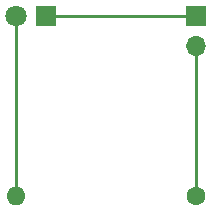
<source format=gbr>
%TF.GenerationSoftware,KiCad,Pcbnew,7.0.6*%
%TF.CreationDate,2023-07-24T14:12:11+05:30*%
%TF.ProjectId,Class1,436c6173-7331-42e6-9b69-6361645f7063,rev?*%
%TF.SameCoordinates,Original*%
%TF.FileFunction,Copper,L2,Bot*%
%TF.FilePolarity,Positive*%
%FSLAX46Y46*%
G04 Gerber Fmt 4.6, Leading zero omitted, Abs format (unit mm)*
G04 Created by KiCad (PCBNEW 7.0.6) date 2023-07-24 14:12:11*
%MOMM*%
%LPD*%
G01*
G04 APERTURE LIST*
%TA.AperFunction,ComponentPad*%
%ADD10O,1.600000X1.600000*%
%TD*%
%TA.AperFunction,ComponentPad*%
%ADD11C,1.600000*%
%TD*%
%TA.AperFunction,ComponentPad*%
%ADD12R,1.700000X1.700000*%
%TD*%
%TA.AperFunction,ComponentPad*%
%ADD13O,1.700000X1.700000*%
%TD*%
%TA.AperFunction,ComponentPad*%
%ADD14R,1.800000X1.800000*%
%TD*%
%TA.AperFunction,ComponentPad*%
%ADD15C,1.800000*%
%TD*%
%TA.AperFunction,Conductor*%
%ADD16C,0.250000*%
%TD*%
G04 APERTURE END LIST*
D10*
%TO.P,R1,2*%
%TO.N,Net-(D1-A)*%
X144780000Y-78740000D03*
D11*
%TO.P,R1,1*%
%TO.N,VCC*%
X160020000Y-78740000D03*
%TD*%
D12*
%TO.P,J1,1,Pin_1*%
%TO.N,GND*%
X160020000Y-63500000D03*
D13*
%TO.P,J1,2,Pin_2*%
%TO.N,VCC*%
X160020000Y-66040000D03*
%TD*%
D14*
%TO.P,D1,1,K*%
%TO.N,GND*%
X147320000Y-63500000D03*
D15*
%TO.P,D1,2,A*%
%TO.N,Net-(D1-A)*%
X144780000Y-63500000D03*
%TD*%
D16*
%TO.N,Net-(D1-A)*%
X144780000Y-63500000D02*
X144780000Y-78740000D01*
%TO.N,VCC*%
X160020000Y-66040000D02*
X160020000Y-78740000D01*
%TO.N,GND*%
X147320000Y-63500000D02*
X160020000Y-63500000D01*
%TD*%
M02*

</source>
